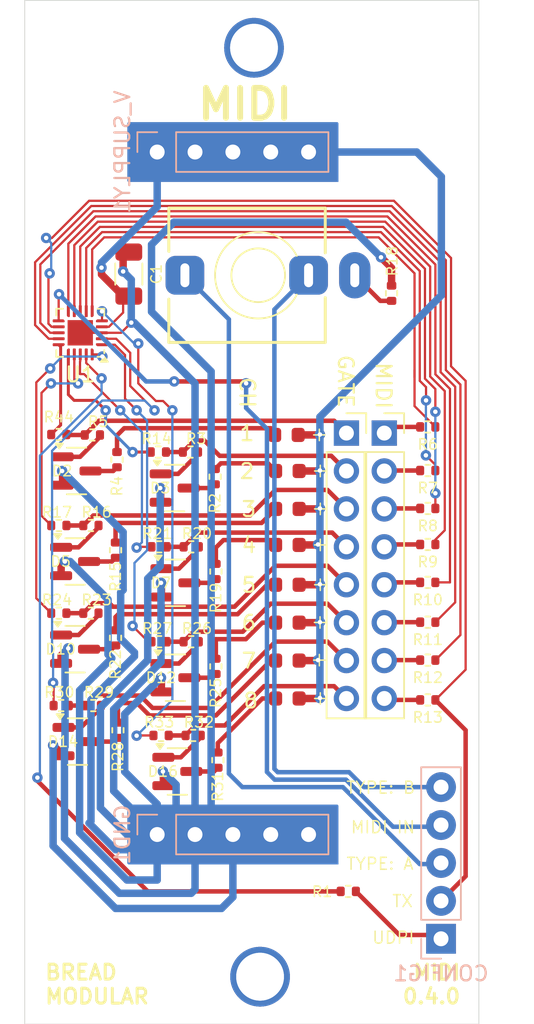
<source format=kicad_pcb>
(kicad_pcb (version 20240108) (generator "pcbnew") (generator_version "8.0")
  (layers (0 "F.Cu" signal) (31 "B.Cu" signal) (34 "B.Paste" user) (35 "F.Paste" user) (36 "B.SilkS" user "B.Silkscreen") (37 "F.SilkS" user "F.Silkscreen") (38 "B.Mask" user) (39 "F.Mask" user) (44 "Edge.Cuts" user))
  (net 0 "")
  (net 1 "GND")
  (net 2 "TX")
  (net 3 "UDPI")
  (net 4 "Net-(D2-K-Pad1)")
  (net 5 "Net-(D2-A)")
  (net 6 "V_SUPPLY")
  (net 7 "MIDI_IN")
  (net 8 "MIDI_DATA_TYPE_B")
  (net 9 "/Gate Out/GATE_OUT")
  (net 10 "Net-(OUTPUT2-Pin_1)")
  (net 11 "Net-(OUTPUT2-Pin_8)")
  (net 12 "Net-(OUTPUT2-Pin_7)")
  (net 13 "Net-(OUTPUT2-Pin_2)")
  (net 14 "Net-(OUTPUT2-Pin_3)")
  (net 15 "Net-(OUTPUT2-Pin_4)")
  (net 16 "Net-(OUTPUT2-Pin_5)")
  (net 17 "Net-(OUTPUT2-Pin_6)")
  (net 18 "Net-(U1-~{RESET}{slash}PA0)")
  (net 19 "MIDI_OUT_1")
  (net 20 "MIDI_OUT_2")
  (net 21 "MIDI_OUT_3")
  (net 22 "MIDI_OUT_4")
  (net 23 "MIDI_OUT_5")
  (net 24 "MIDI_OUT_6")
  (net 25 "MIDI_OUT_7")
  (net 26 "GATE_1")
  (net 27 "GATE_5")
  (net 28 "GATE_8")
  (net 29 "GATE_2")
  (net 30 "GATE_4")
  (net 31 "GATE_7")
  (net 32 "GATE_3")
  (net 33 "GATE_6")
  (net 34 "Net-(D1-K)")
  (net 35 "Net-(D3-A)")
  (net 36 "Net-(D3-K-Pad1)")
  (net 37 "Net-(D4-K)")
  (net 38 "Net-(D5-A)")
  (net 39 "Net-(D5-K-Pad1)")
  (net 40 "Net-(D6-K)")
  (net 41 "Net-(D7-A)")
  (net 42 "Net-(D7-K-Pad1)")
  (net 43 "Net-(D8-K)")
  (net 44 "Net-(D10-K-Pad1)")
  (net 45 "Net-(D10-A)")
  (net 46 "Net-(D11-K)")
  (net 47 "Net-(D12-K-Pad1)")
  (net 48 "Net-(D12-A)")
  (net 49 "Net-(D13-K)")
  (net 50 "Net-(D14-K-Pad1)")
  (net 51 "Net-(D14-A)")
  (net 52 "Net-(D15-K)")
  (net 53 "Net-(D16-A)")
  (net 54 "Net-(D16-K-Pad1)")
  (net 55 "/Gate Out5/GATE_OUT")
  (net 56 "/Gate Out3/GATE_OUT")
  (net 57 "/Gate Out7/GATE_OUT")
  (net 58 "/Gate Out4/GATE_OUT")
  (net 59 "/Gate Out2/GATE_OUT")
  (net 60 "/Gate Out1/GATE_OUT")
  (net 61 "/Gate Out6/GATE_OUT")
  (net 62 "Net-(D100-K)")
  (net 63 "MIDI_DATA_TYPE_A")
  (net 64 "Net-(J1-PadS)")
  (footprint "LED_SMD:LED_0603_1608Metric" (layer "F.Cu") (at 64.6175 79.7875)
    (property "Reference" "D8")
    (property "Value" "LED")
  )
  (footprint "Connector_PinSocket_2.54mm:PinSocket_1x08_P2.54mm_Vertical" (layer "F.Cu") (at 68.58 69.6275)
    (property "Reference" "OUTPUT1")
    (property "Value" "GATE_OUT")
  )
  (footprint "Resistor_SMD:R_0402_1005Metric" (layer "F.Cu") (at 59.819 78.9005 90)
    (property "Reference" "R19")
    (property "Value" "1k")
  )
  (footprint "Resistor_SMD:R_0402_1005Metric" (layer "F.Cu") (at 58.163137 83.603925)
    (property "Reference" "R26")
    (property "Value" "10k")
  )
  (footprint "Resistor_SMD:R_0402_1005Metric" (layer "F.Cu") (at 59.948 91.537 90)
    (property "Reference" "R31")
    (property "Value" "1k")
  )
  (footprint "Resistor_SMD:R_0402_1005Metric" (layer "F.Cu") (at 59.816137 85.256925 90)
    (property "Reference" "R25")
    (property "Value" "1k")
  )
  (footprint "Resistor_SMD:R_0402_1005Metric" (layer "F.Cu") (at 68.705 100.33)
    (property "Reference" "R1")
    (property "Value" "4.7k")
  )
  (footprint "LED_SMD:LED_0603_1608Metric" (layer "F.Cu") (at 64.553184 69.750749)
    (property "Reference" "D100")
    (property "Value" "LED")
  )
  (footprint "Resistor_SMD:R_0402_1005Metric" (layer "F.Cu") (at 53.084 83.3455 90)
    (property "Reference" "R22")
    (property "Value" "1k")
  )
  (footprint "Resistor_SMD:R_0402_1005Metric" (layer "F.Cu") (at 51.53 69.7545)
    (property "Reference" "R5")
    (property "Value" "10k")
  )
  (footprint "Resistor_SMD:R_0402_1005Metric" (layer "F.Cu") (at 74.039 72.136 180)
    (property "Reference" "R7")
    (property "Value" "1k")
  )
  (footprint "Resistor_SMD:R_0402_1005Metric" (layer "F.Cu") (at 53.246 89.5355 90)
    (property "Reference" "R28")
    (property "Value" "1k")
  )
  (footprint "Resistor_SMD:R_0402_1005Metric" (layer "F.Cu") (at 56.008137 83.603925)
    (property "Reference" "R27")
    (property "Value" "1k")
  )
  (footprint "Resistor_SMD:R_0402_1005Metric" (layer "F.Cu") (at 49.278 75.8175)
    (property "Reference" "R17")
    (property "Value" "1k")
  )
  (footprint "BreadModular_AudioJacks:Jack_3.5mm_QingPu_WQP-PJ366ST_Vertical" (layer "F.Cu") (at 62.66 59.055 90)
    (property "Reference" "J1")
    (property "Value" "MIDI_IN")
  )
  (footprint "Resistor_SMD:R_0402_1005Metric" (layer "F.Cu") (at 51.431 81.6925)
    (property "Reference" "R23")
    (property "Value" "10k")
  )
  (footprint "Resistor_SMD:R_0402_1005Metric" (layer "F.Cu") (at 74.041 74.676 180)
    (property "Reference" "R8")
    (property "Value" "1k")
  )
  (footprint "Resistor_SMD:R_0402_1005Metric" (layer "F.Cu") (at 59.766 72.5505 90)
    (property "Reference" "R2")
    (property "Value" "1k")
  )
  (footprint "Resistor_SMD:R_0402_1005Metric" (layer "F.Cu") (at 51.593 87.8825)
    (property "Reference" "R29")
    (property "Value" "10k")
  )
  (footprint "Resistor_SMD:R_0402_1005Metric" (layer "F.Cu") (at 58.113 70.8975)
    (property "Reference" "R3")
    (property "Value" "10k")
  )
  (footprint "Resistor_SMD:R_0402_1005Metric" (layer "F.Cu") (at 74.041 84.836 180)
    (property "Reference" "R12")
    (property "Value" "1k")
  )
  (footprint "Resistor_SMD:R_0402_1005Metric" (layer "F.Cu") (at 56.011 77.2475)
    (property "Reference" "R21")
    (property "Value" "1k")
  )
  (footprint "Resistor_SMD:R_0402_1005Metric" (layer "F.Cu") (at 58.166 77.2475)
    (property "Reference" "R20")
    (property "Value" "10k")
  )
  (footprint "Connector_PinSocket_2.54mm:PinSocket_1x08_P2.54mm_Vertical" (layer "F.Cu") (at 71.12 69.6275)
    (property "Reference" "OUTPUT2")
    (property "Value" "MIDI_OUT")
  )
  (footprint "LED_SMD:LED_0603_1608Metric" (layer "F.Cu") (at 64.6175 84.8675)
    (property "Reference" "D13")
    (property "Value" "LED")
  )
  (footprint "Resistor_SMD:R_0402_1005Metric" (layer "F.Cu") (at 74.041 87.503 180)
    (property "Reference" "R13")
    (property "Value" "1k")
  )
  (footprint "LED_SMD:LED_0603_1608Metric" (layer "F.Cu") (at 64.6175 87.4075)
    (property "Reference" "D15")
    (property "Value" "LED")
  )
  (footprint "LED_SMD:LED_0603_1608Metric" (layer "F.Cu") (at 64.6175 72.1675)
    (property "Reference" "D1")
    (property "Value" "LED")
  )
  (footprint "Resistor_SMD:R_0402_1005Metric" (layer "F.Cu") (at 74.041 77.089 180)
    (property "Reference" "R9")
    (property "Value" "1k")
  )
  (footprint "Resistor_SMD:R_0402_1005Metric" (layer "F.Cu") (at 51.433 75.8175)
    (property "Reference" "R16")
    (property "Value" "10k")
  )
  (footprint "Resistor_SMD:R_0402_1005Metric" (layer "F.Cu") (at 71.61 60.26 90)
    (property "Reference" "R18")
    (property "Value" "10k")
  )
  (footprint "Package_TO_SOT_SMD:SOT-23" (layer "F.Cu") (at 50.3705 78.2305)
    (property "Reference" "D5")
    (property "Value" "SS8050")
  )
  (footprint "Resistor_SMD:R_0402_1005Metric" (layer "F.Cu") (at 56.14 89.884)
    (property "Reference" "R33")
    (property "Value" "1k")
  )
  (footprint "Package_TO_SOT_SMD:SOT-23" (layer "F.Cu") (at 50.5305 90.2955)
    (property "Reference" "D14")
    (property "Value" "SS8050")
  )
  (footprint "LED_SMD:LED_0603_1608Metric" (layer "F.Cu") (at 64.6175 74.7075)
    (property "Reference" "D4")
    (property "Value" "LED")
  )
  (footprint "Package_TO_SOT_SMD:SOT-23" (layer "F.Cu") (at 57.100637 86.016925)
    (property "Reference" "D12")
    (property "Value" "SS8050")
  )
  (footprint "Capacitor_SMD:C_1206_3216Metric" (layer "F.Cu") (at 53.975 58.977 -90)
    (property "Reference" "C1")
    (property "Value" "100uf")
  )
  (footprint "Resistor_SMD:R_0402_1005Metric" (layer "F.Cu") (at 53.183 71.4075 90)
    (property "Reference" "R4")
    (property "Value" "1k")
  )
  (footprint "Resistor_SMD:R_0402_1005Metric" (layer "F.Cu") (at 74.041 82.296 180)
    (property "Reference" "R11")
    (property "Value" "1k")
  )
  (footprint "Resistor_SMD:R_0402_1005Metric" (layer "F.Cu") (at 58.295 89.884)
    (property "Reference" "R32")
    (property "Value" "10k")
  )
  (footprint "Resistor_SMD:R_0402_1005Metric" (layer "F.Cu") (at 49.276 69.723)
    (property "Reference" "R44")
    (property "Value" "1k")
  )
  (footprint "LED_SMD:LED_0603_1608Metric" (layer "F.Cu") (at 64.6175 77.1205)
    (property "Reference" "D6")
    (property "Value" "LED")
  )
  (footprint "Resistor_SMD:R_0402_1005Metric" (layer "F.Cu") (at 74.039 79.629 180)
    (property "Reference" "R10")
    (property "Value" "1k")
  )
  (footprint "Package_TO_SOT_SMD:SOT-23" (layer "F.Cu") (at 50.4675 72.1675)
    (property "Reference" "D2")
    (property "Value" "SS8050")
  )
  (footprint "Package_TO_SOT_SMD:SOT-23" (layer "F.Cu") (at 57.0505 73.3105)
    (property "Reference" "D3")
    (property "Value" "SS8050")
  )
  (footprint "Resistor_SMD:R_0402_1005Metric" (layer "F.Cu") (at 49.438 87.8825)
    (property "Reference" "R30")
    (property "Value" "1k")
  )
  (footprint "Resistor_SMD:R_0402_1005Metric" (layer "F.Cu") (at 74.039 69.215 180)
    (property "Reference" "R6")
    (property "Value" "1k")
  )
  (footprint "Package_TO_SOT_SMD:SOT-23" (layer "F.Cu") (at 57.1035 79.6605)
    (property "Reference" "D7")
    (property "Value" "SS8050")
  )
  (footprint "Resistor_SMD:R_0402_1005Metric" (layer "F.Cu") (at 55.958 70.8975)
    (property "Reference" "R14")
    (property "Value" "1k")
  )
  (footprint "Resistor_SMD:R_0402_1005Metric" (layer "F.Cu") (at 49.276 81.6925)
    (property "Reference" "R24")
    (property "Value" "1k")
  )
  (footprint "Package_DFN_QFN:VQFN-20-1EP_3x3mm_P0.4mm_EP1.7x1.7mm" (layer "F.Cu") (at 50.717 62.909 180)
    (property "Reference" "U1")
    (property "Value" "ATtiny1616-M")
  )
  (footprint "Package_TO_SOT_SMD:SOT-23" (layer "F.Cu") (at 50.3685 84.1055)
    (property "Reference" "D10")
    (property "Value" "SS8050")
  )
  (footprint "Resistor_SMD:R_0402_1005Metric" (layer "F.Cu") (at 53.086 77.4705 90)
    (property "Reference" "R15")
    (property "Value" "1k")
  )
  (footprint "LED_SMD:LED_0603_1608Metric" (layer "F.Cu") (at 64.6175 82.3275)
    (property "Reference" "D11")
    (property "Value" "LED")
  )
  (footprint "Package_TO_SOT_SMD:SOT-23" (layer "F.Cu") (at 57.2325 92.297)
    (property "Reference" "D16")
    (property "Value" "SS8050")
  )
  (footprint "BreadModular_MISC:Power_Connector" (layer "B.Cu") (at 74.93 103.505)
    (property "Reference" "CONFIG1")
    (property "Value" "Conn_01x05_Pin")
  )
  (footprint "BreadModular_MISC:Power_Connector" (layer "B.Cu") (at 55.88 50.8 -90)
    (property "Reference" "V_SUPPLY1")
    (property "Value" "Conn_01x05_Pin")
  )
  (footprint "BreadModular_MISC:Power_Connector" (layer "B.Cu") (at 55.88 96.52 -90)
    (property "Reference" "GND1")
    (property "Value" "Conn_01x05_Pin")
  )
  (gr_poly (pts (xy 53.975 94.615) (xy 67.945 94.615) (xy 67.945 98.425) (xy 53.975 98.425)) (stroke (width 0.2)) (fill solid) (layer "B.Cu") (net 1))
  (gr_poly (pts (xy 53.975 48.895) (xy 67.945 48.895) (xy 67.945 52.705) (xy 53.975 52.705)) (stroke (width 0.2)) (fill solid) (layer "B.Cu") (net 6))
  (gr_line (start 46.99 109.22) (end 77.47 109.22) (stroke (width 0.05)) (layer "Edge.Cuts"))
  (gr_line (start 77.47 40.64) (end 46.99 40.64) (stroke (width 0.05)) (layer "Edge.Cuts"))
  (gr_line (start 46.99 40.64) (end 46.99 109.22) (stroke (width 0.05)) (layer "Edge.Cuts"))
  (gr_line (start 77.47 109.22) (end 77.47 40.64) (stroke (width 0.05)) (layer "Edge.Cuts"))
  (gr_text "MIDI" (at 70.485 64.8015 -90) (layer "F.SilkS") (effects (font (size 1 1)) (justify left bottom)))
  (gr_text "5" (at 62.611 80.391 0) (layer "F.SilkS") (effects (font (size 1 1)) (justify right bottom)))
  (gr_text "6" (at 62.611 82.931 0) (layer "F.SilkS") (effects (font (size 1 1)) (justify right bottom)))
  (gr_text "TYPE: A" (at 73.15 98.95 0) (layer "F.SilkS") (effects (font (size 0.8 0.8) (thickness 0.1)) (justify right bottom)))
  (gr_text "CH" (at 61.341 65.786 270) (layer "F.SilkS") (effects (font (size 1 1)) (justify left bottom)))
  (gr_text "TX" (at 73.1 101.45 0) (layer "F.SilkS") (effects (font (size 0.8 0.8) (thickness 0.1)) (justify right bottom)))
  (gr_text "8" (at 62.738 88.138 0) (layer "F.SilkS") (effects (font (size 1 1)) (justify right bottom)))
  (gr_text "7" (at 62.611 85.471 0) (layer "F.SilkS") (effects (font (size 1 1)) (justify right bottom)))
  (gr_text "1" (at 62.484 70.231 0) (layer "F.SilkS") (effects (font (size 1 1)) (justify right bottom)))
  (gr_text "MIDI\n0.4.0" (at 76.327 107.95 0) (layer "F.SilkS") (effects (font (size 1 1) (thickness 0.2) (bold yes)) (justify right bottom)))
  (gr_text "MIDI IN" (at 73.25 96.5 0) (layer "F.SilkS") (effects (font (size 0.8 0.8) (thickness 0.1)) (justify right bottom)))
  (gr_text "MIDI" (at 58.42 48.768 0) (layer "F.SilkS") (effects (font (size 2 2) (thickness 0.4) (bold yes)) (justify left bottom)))
  (gr_text "3" (at 62.611 75.311 0) (layer "F.SilkS") (effects (font (size 1 1)) (justify right bottom)))
  (gr_text "2" (at 62.484 72.771 0) (layer "F.SilkS") (effects (font (size 1 1)) (justify right bottom)))
  (gr_text "TYPE: B" (at 73.25 93.85 0) (layer "F.SilkS") (effects (font (size 0.8 0.8) (thickness 0.1)) (justify right bottom)))
  (gr_text "BREAD\nMODULAR" (at 48.26 107.95 0) (layer "F.SilkS") (effects (font (size 1 1) (thickness 0.2) (bold yes)) (justify left bottom)))
  (gr_text "GATE" (at 67.945 64.2935 -90) (layer "F.SilkS") (effects (font (size 1 1)) (justify left bottom)))
  (gr_text "4" (at 62.611 77.724 0) (layer "F.SilkS") (effects (font (size 1 1)) (justify right bottom)))
  (gr_text "UDPI" (at 73.2 103.9 0) (layer "F.SilkS") (effects (font (size 0.8 0.8) (thickness 0.1)) (justify right bottom)))
  (via (at 62.37758 43.815) (size 4) (drill 3.2) (layers "F.Cu" "B.Cu") (net 0))
  (via (at 62.784908 106.045) (size 4) (drill 3.2) (layers "F.Cu" "B.Cu") (net 0))
  (via (at 62.37758 43.815) (size 4) (drill 3.2) (layers "F.Cu" "B.Cu") (net 0))
  (via (at 62.784908 106.045) (size 4) (drill 3.2) (layers "F.Cu" "B.Cu") (net 0))
  (via (at 62.784908 106.045) (size 4) (drill 3.2) (layers "F.Cu" "B.Cu") (net 0))
  (via (at 62.784908 106.045) (size 4) (drill 3.2) (layers "F.Cu" "B.Cu") (net 0))
  (via (at 62.37758 43.815) (size 4) (drill 3.2) (layers "F.Cu" "B.Cu") (net 0))
  (via (at 62.37758 43.815) (size 4) (drill 3.2) (layers "F.Cu" "B.Cu") (net 0))
  (segment (start 53.594 57.502) (end 53.594 58.801) (width 0.5) (layer "F.Cu") (net 1))
  (segment (start 48.8985 90.551) (end 49.593 91.2455) (width 0.5) (layer "F.Cu") (net 1))
  (segment (start 55.88 96.52) (end 66.04 96.52) (width 0.5) (layer "F.Cu") (net 1))
  (segment (start 71.61 58.56) (end 70.9 57.85) (width 0.5) (layer "F.Cu") (net 1))
  (segment (start 50.717 62.909) (end 52.167 62.909) (width 0.15) (layer "F.Cu") (net 1))
  (segment (start 56.163137 86.966925) (end 56.163137 86.046925) (width 0.5) (layer "F.Cu") (net 1))
  (segment (start 56.113 73.3405) (end 56.083 73.3105) (width 0.5) (layer "F.Cu") (net 1))
  (segment (start 49.53 73.1175) (end 49.53 72.1975) (width 0.5) (layer "F.Cu") (net 1))
  (segment (start 56.163137 86.046925) (end 56.133137 86.016925) (width 0.5) (layer "F.Cu") (net 1))
  (segment (start 56.295 92.327) (end 56.265 92.297) (width 0.5) (layer "F.Cu") (net 1))
  (segment (start 53.461 62.909) (end 52.167 62.909) (width 0.15) (layer "F.Cu") (net 1))
  (segment (start 56.295 93.247) (end 56.295 92.327) (width 0.5) (layer "F.Cu") (net 1))
  (segment (start 56.113 74.2605) (end 56.113 73.3405) (width 0.5) (layer "F.Cu") (net 1))
  (segment (start 56.166 79.6905) (end 56.136 79.6605) (width 0.5) (layer "F.Cu") (net 1))
  (segment (start 49.431 84.5286) (end 49.431 85.0555) (width 0.5) (layer "F.Cu") (net 1))
  (segment (start 48.895 90.551) (end 48.8985 90.551) (width 0.5) (layer "F.Cu") (net 1))
  (segment (start 71.61 59.5) (end 71.61 58.56) (width 0.5) (layer "F.Cu") (net 1))
  (segment (start 49.911 84.0486) (end 49.431 84.5286) (width 0.5) (layer "F.Cu") (net 1))
  (segment (start 49.53 72.1975) (end 49.5 72.1675) (width 0.5) (layer "F.Cu") (net 1))
  (segment (start 54.14 62.23) (end 53.461 62.909) (width 0.15) (layer "F.Cu") (net 1))
  (segment (start 56.166 80.6105) (end 56.166 79.6905) (width 0.5) (layer "F.Cu") (net 1))
  (segment (start 49.6824 78.2305) (end 49.433 78.4799) (width 0.5) (layer "F.Cu") (net 1))
  (segment (start 49.433 78.4799) (end 49.433 79.1805) (width 0.5) (layer "F.Cu") (net 1))
  (via (at 48.895 90.551) (size 0.7) (drill 0.3) (layers "F.Cu" "B.Cu") (net 1))
  (via (at 49.6824 78.2305) (size 0.7) (drill 0.3) (layers "F.Cu" "B.Cu") (net 1))
  (via (at 56.265 92.297) (size 0.7) (drill 0.3) (layers "F.Cu" "B.Cu") (net 1))
  (via (at 56.136 79.6605) (size 0.7) (drill 0.3) (layers "F.Cu" "B.Cu") (net 1))
  (via (at 56.133137 86.016925) (size 0.7) (drill 0.3) (layers "F.Cu" "B.Cu") (net 1))
  (via (at 53.594 58.801) (size 0.7) (drill 0.3) (layers "F.Cu" "B.Cu") (net 1))
  (via (at 49.5 72.1675) (size 0.7) (drill 0.3) (layers "F.Cu" "B.Cu") (net 1))
  (via (at 56.083 73.3105) (size 0.7) (drill 0.3) (layers "F.Cu" "B.Cu") (net 1))
  (via (at 49.911 84.0486) (size 0.7) (drill 0.3) (layers "F.Cu" "B.Cu") (net 1))
  (via (at 54.14 62.23) (size 0.7) (drill 0.3) (layers "F.Cu" "B.Cu") (net 1))
  (via (at 70.9 57.85) (size 0.7) (drill 0.3) (layers "F.Cu" "B.Cu") (net 1))
  (segment (start 52.578 84.455) (end 52.832 84.709) (width 0.5) (layer "B.Cu") (net 1))
  (segment (start 49.5 72.1675) (end 53.594 76.2615) (width 0.5) (layer "B.Cu") (net 1))
  (segment (start 54.864 97.536) (end 55.88 96.52) (width 0.5) (layer "B.Cu") (net 1))
  (segment (start 49.6824 78.2305) (end 50.0365 78.2305) (width 0.5) (layer "B.Cu") (net 1))
  (segment (start 57.15 95.25) (end 55.88 96.52) (width 0.5) (layer "B.Cu") (net 1))
  (segment (start 52.959 93.599) (end 55.88 96.52) (width 0.5) (layer "B.Cu") (net 1))
  (segment (start 53.848 96.52) (end 55.88 96.52) (width 0.5) (layer "B.Cu") (net 1))
  (segment (start 53.7 92.308) (end 55.88 94.488) (width 0.5) (layer "B.Cu") (net 1))
  (segment (start 52.959 88.138) (end 52.959 93.599) (width 0.5) (layer "B.Cu") (net 1))
  (segment (start 57 55.5) (end 55.5 57) (width 0.5) (layer "B.Cu") (net 1))
  (segment (start 70.9 57.85) (end 68.55 55.5) (width 0.5) (layer "B.Cu") (net 1))
  (segment (start 54.14 62.23) (end 54.14 59.347) (width 0.5) (layer "B.Cu") (net 1))
  (segment (start 56.133137 86.016925) (end 53.7 88.450062) (width 0.5) (layer "B.Cu") (net 1))
  (segment (start 50.673 96.393) (end 53.848 99.568) (width 0.5) (layer "B.Cu") (net 1))
  (segment (start 58.42 66.305629) (end 54.344371 62.23) (width 0.5) (layer "B.Cu") (net 1))
  (segment (start 50.673 86.868) (end 50.673 96.393) (width 0.5) (layer "B.Cu") (net 1))
  (segment (start 50.0365 78.2305) (end 52.578 80.772) (width 0.5) (layer "B.Cu") (net 1))
  (segment (start 55.5 57) (end 55.5 61.5) (width 0.5) (layer "B.Cu") (net 1))
  (segment (start 51.435 87.503) (end 51.435 95.631) (width 0.5) (layer "B.Cu") (net 1))
  (segment (start 55.245 84.836) (end 52.07 88.011) (width 0.5) (layer "B.Cu") (net 1))
  (segment (start 55.88 94.488) (end 55.88 96.52) (width 0.5) (layer "B.Cu") (net 1))
  (segment (start 54.356 84.328) (end 54.356 84.582) (width 0.5) (layer "B.Cu") (net 1))
  (segment (start 52.578 80.772) (end 52.578 84.455) (width 0.5) (layer "B.Cu") (net 1))
  (segment (start 58.166 100.457) (end 58.42 100.203) (width 0.5) (layer "B.Cu") (net 1))
  (segment (start 55.245 79.375) (end 55.245 84.836) (width 0.5) (layer "B.Cu") (net 1))
  (segment (start 53.7 88.450062) (end 53.7 92.308) (width 0.5) (layer "B.Cu") (net 1))
  (segment (start 54.14 59.347) (end 53.594 58.801) (width 0.5) (layer "B.Cu") (net 1))
  (segment (start 49.695 90.64) (end 49.657 90.678) (width 0.5) (layer "B.Cu") (net 1))
  (segment (start 54.356 84.582) (end 51.435 87.503) (width 0.5) (layer "B.Cu") (net 1))
  (segment (start 53.429 80.302) (end 53.429 83.401) (width 0.5) (layer "B.Cu") (net 1))
  (segment (start 58.42 100.203) (end 58.42 96.52) (width 0.5) (layer "B.Cu") (net 1))
  (segment (start 49.657 96.774) (end 53.34 100.457) (width 0.5) (layer "B.Cu") (net 1))
  (segment (start 56.136 84.961) (end 52.959 88.138) (width 0.5) (layer "B.Cu") (net 1))
  (segment (start 53.594 76.2615) (end 53.594 80.137) (width 0.5) (layer "B.Cu") (net 1))
  (segment (start 59.5 65.5) (end 59.5 95.06) (width 0.5) (layer "B.Cu") (net 1))
  (segment (start 54.344371 62.23) (end 54.14 62.23) (width 0.5) (layer "B.Cu") (net 1))
  (segment (start 51.435 95.631) (end 51.308 95.758) (width 0.5) (layer "B.Cu") (net 1))
  (segment (start 52.07 94.742) (end 53.848 96.52) (width 0.5) (layer "B.Cu") (net 1))
  (segment (start 56.083 73.3105) (end 56.083 78.537) (width 0.5) (layer "B.Cu") (net 1))
  (segment (start 52.832 84.709) (end 50.673 86.868) (width 0.5) (layer "B.Cu") (net 1))
  (segment (start 56.136 79.6605) (end 56.136 84.961) (width 0.5) (layer "B.Cu") (net 1))
  (segment (start 68.55 55.5) (end 57 55.5) (width 0.5) (layer "B.Cu") (net 1))
  (segment (start 51.308 95.758) (end 53.086 97.536) (width 0.5) (layer "B.Cu") (net 1))
  (segment (start 48.895 90.551) (end 48.895 97.282) (width 0.5) (layer "B.Cu") (net 1))
  (segment (start 56.083 78.537) (end 55.245 79.375) (width 0.5) (layer "B.Cu") (net 1))
  (segment (start 58.42 96.52) (end 58.42 66.305629) (width 0.5) (layer "B.Cu") (net 1))
  (segment (start 49.695 84.2646) (end 49.695 90.64) (width 0.5) (layer "B.Cu") (net 1))
  (segment (start 53.594 80.137) (end 53.429 80.302) (width 0.5) (layer "B.Cu") (net 1))
  (segment (start 55.5 61.5) (end 59.5 65.5) (width 0.5) (layer "B.Cu") (net 1))
  (segment (start 59.5 95.06) (end 60.96 96.52) (width 0.5) (layer "B.Cu") (net 1))
  (segment (start 53.086 101.473) (end 60.198 101.473) (width 0.5) (layer "B.Cu") (net 1))
  (segment (start 48.895 97.282) (end 53.086 101.473) (width 0.5) (layer "B.Cu") (net 1))
  (segment (start 49.657 90.678) (end 49.657 96.774) (width 0.5) (layer "B.Cu") (net 1))
  (segment (start 56.265 92.297) (end 57.15 93.182) (width 0.5) (layer "B.Cu") (net 1))
  (segment (start 53.086 97.536) (end 54.864 97.536) (width 0.5) (layer "B.Cu") (net 1))
  (segment (start 57.15 93.182) (end 57.15 95.25) (width 0.5) (layer "B.Cu") (net 1))
  (segment (start 53.34 100.457) (end 58.166 100.457) (width 0.5) (layer "B.Cu") (net 1))
  (segment (start 60.198 101.473) (end 60.96 100.711) (width 0.5) (layer "B.Cu") (net 1))
  (segment (start 49.911 84.0486) (end 49.695 84.2646) (width 0.5) (layer "B.Cu") (net 1))
  (segment (start 53.429 83.401) (end 54.356 84.328) (width 0.5) (layer "B.Cu") (net 1))
  (segment (start 60.96 100.711) (end 60.96 96.52) (width 0.5) (layer "B.Cu") (net 1))
  (segment (start 52.07 88.011) (end 52.07 94.742) (width 0.5) (layer "B.Cu") (net 1))
  (segment (start 53.848 99.568) (end 55.88 99.568) (width 0.5) (layer "B.Cu") (net 1))
  (segment (start 55.88 99.568) (end 55.88 96.52) (width 0.5) (layer "B.Cu") (net 1))
  (segment (start 48.817544 56.556635) (end 48.428634 56.556635) (width 0.15) (layer "F.Cu") (net 2))
  (segment (start 75.602 57.900152) (end 71.766848 54.065) (width 0.15) (layer "F.Cu") (net 2))
  (segment (start 75.565 100.33) (end 74.93 100.33) (width 0.3) (layer "F.Cu") (net 2))
  (segment (start 75.602 65.151) (end 75.602 57.900152) (width 0.15) (layer "F.Cu") (net 2))
  (segment (start 48.662 58.928) (end 48.582 59.008) (width 0.15) (layer "F.Cu") (net 2))
  (segment (start 74.551 87.503) (end 76.581 85.473) (width 0.15) (layer "F.Cu") (net 2))
  (segment (start 51.104153 54.270025) (end 51.104153 54.270026) (width 0.15) (layer "F.Cu") (net 2))
  (segment (start 71.766848 54.065) (end 51.309178 54.065) (width 0.15) (layer "F.Cu") (net 2))
  (segment (start 74.551 87.503) (end 76.581 89.533) (width 0.3) (layer "F.Cu") (net 2))
  (segment (start 48.582 59.008) (end 48.582 62.297225) (width 0.15) (layer "F.Cu") (net 2))
  (segment (start 76.581 85.473) (end 76.581 66.13) (width 0.15) (layer "F.Cu") (net 2))
  (segment (start 76.581 89.533) (end 76.581 99.314) (width 0.3) (layer "F.Cu") (net 2))
  (segment (start 48.793775 62.509) (end 49.267 62.509) (width 0.15) (layer "F.Cu") (net 2))
  (segment (start 51.309178 54.065) (end 51.104153 54.270025) (width 0.15) (layer "F.Cu") (net 2))
  (segment (start 76.581 99.314) (end 75.565 100.33) (width 0.3) (layer "F.Cu") (net 2))
  (segment (start 76.581 66.13) (end 75.602 65.151) (width 0.15) (layer "F.Cu") (net 2))
  (segment (start 51.104153 54.270026) (end 48.817544 56.556635) (width 0.15) (layer "F.Cu") (net 2))
  (segment (start 48.582 62.297225) (end 48.793775 62.509) (width 0.15) (layer "F.Cu") (net 2))
  (via (at 48.662 58.928) (size 0.7) (drill 0.3) (layers "F.Cu" "B.Cu") (net 2))
  (via (at 48.428634 56.556635) (size 0.7) (drill 0.3) (layers "F.Cu" "B.Cu") (net 2))
  (segment (start 48.768 58.822) (end 48.768 56.896001) (width 0.15) (layer "B.Cu") (net 2))
  (segment (start 48.662 58.928) (end 48.768 58.822) (width 0.15) (layer "B.Cu") (net 2))
  (segment (start 48.768 56.896001) (end 48.428634 56.556635) (width 0.15) (layer "B.Cu") (net 2))
  (segment (start 72.136 103.251) (end 74.549 103.251) (width 0.3) (layer "F.Cu") (net 3))
  (segment (start 74.549 103.251) (end 74.93 102.87) (width 0.3) (layer "F.Cu") (net 3))
  (segment (start 69.215 100.33) (end 72.136 103.251) (width 0.3) (layer "F.Cu") (net 3))
  (segment (start 50.704 71.2175) (end 49.53 71.2175) (width 0.3) (layer "F.Cu") (net 4))
  (segment (start 52.04 69.7545) (end 52.04 69.8815) (width 0.3) (layer "F.Cu") (net 4))
  (segment (start 52.04 69.8815) (end 50.704 71.2175) (width 0.3) (layer "F.Cu") (net 4))
  (segment (start 52.933 72.1675) (end 53.183 71.9175) (width 0.3) (layer "F.Cu") (net 5))
  (segment (start 51.405 72.1675) (end 52.933 72.1675) (width 0.3) (layer "F.Cu") (net 5))
  (segment (start 65.340684 69.750749) (end 66.774251 69.750749) (width 0.5) (layer "F.Cu") (net 6))
  (segment (start 52.142 58.547) (end 52.142 59) (width 0.5) (layer "F.Cu") (net 6))
  (segment (start 65.405 77.1205) (end 66.6435 77.1205) (width 0.5) (layer "F.Cu") (net 6))
  (segment (start 66.7705 74.7075) (end 66.802 74.676) (width 0.5) (layer "F.Cu") (net 6))
  (segment (start 65.405 74.7075) (end 66.7705 74.7075) (width 0.5) (layer "F.Cu") (net 6))
  (segment (start 66.7705 72.1675) (end 66.802 72.136) (width 0.5) (layer "F.Cu") (net 6))
  (segment (start 66.774251 69.750749) (end 66.802 69.723) (width 0.5) (layer "F.Cu") (net 6))
  (segment (start 65.405 72.1675) (end 66.7705 72.1675) (width 0.5) (layer "F.Cu") (net 6))
  (segment (start 65.405 87.4075) (end 66.7705 87.4075) (width 0.5) (layer "F.Cu") (net 6))
  (segment (start 66.7705 87.4075) (end 66.802 87.376) (width 0.5) (layer "F.Cu") (net 6))
  (segment (start 66.6435 77.1205) (end 66.675 77.089) (width 0.5) (layer "F.Cu") (net 6))
  (segment (start 52.640224 62.509) (end 53.594 61.555224) (width 0.15) (layer "F.Cu") (net 6))
  (segment (start 52.167 62.509) (end 52.640224 62.509) (width 0.15) (layer "F.Cu") (net 6))
  (segment (start 53.594 61.555224) (end 53.594 60.452) (width 0.15) (layer "F.Cu") (net 6))
  (segment (start 65.405 79.7875) (end 66.7705 79.7875) (width 0.5) (layer "F.Cu") (net 6))
  (segment (start 55.88 50.8) (end 66.04 50.8) (width 0.5) (layer "F.Cu") (net 6))
  (segment (start 52.142 59) (end 53.594 60.452) (width 0.5) (layer "F.Cu") (net 6))
  (segment (start 65.405 82.3275) (end 66.7705 82.3275) (width 0.5) (layer "F.Cu") (net 6))
  (segment (start 65.405 84.8675) (end 66.6435 84.8675) (width 0.5) (layer "F.Cu") (net 6))
  (segment (start 66.6435 84.8675) (end 66.675 84.836) (width 0.5) (layer "F.Cu") (net 6))
  (segment (start 66.7705 79.7875) (end 66.802 79.756) (width 0.5) (layer "F.Cu") (net 6))
  (segment (start 66.7705 82.3275) (end 66.802 82.296) (width 0.5) (layer "F.Cu") (net 6))
  (via (at 66.802 79.756) (size 0.7) (drill 0.3) (layers "F.Cu" "B.Cu") (net 6))
  (via (at 52.142 58.547) (size 0.7) (drill 0.3) (layers "F.Cu" "B.Cu") (net 6))
  (via (at 66.802 69.723) (size 0.7) (drill 0.3) (layers "F.Cu" "B.Cu") (net 6))
  (via (at 66.675 84.836) (size 0.7) (drill 0.3) (layers "F.Cu" "B.Cu") (net 6))
  (via (at 66.802 72.136) (size 0.7) (drill 0.3) (layers "F.Cu" "B.Cu") (net 6))
  (via (at 66.802 74.676) (size 0.7) (drill 0.3) (layers "F.Cu" "B.Cu") (net 6))
  (via (at 66.802 82.296) (size 0.7) (drill 0.3) (layers "F.Cu" "B.Cu") (net 6))
  (via (at 66.802 87.376) (size 0.7) (drill 0.3) (layers "F.Cu" "B.Cu") (net 6))
  (via (at 66.675 77.089) (size 0.7) (drill 0.3) (layers "F.Cu" "B.Cu") (net 6))
  (segment (start 66.802 69.723) (end 66.802 87.376) (width 0.5) (layer "B.Cu") (net 6))
  (segment (start 55.88 54.465787) (end 55.88 50.8) (width 0.5) (layer "B.Cu") (net 6))
  (segment (start 52.142 58.203787) (end 55.88 54.465787) (width 0.5) (layer "B.Cu") (net 6))
  (segment (start 74.95 52.45) (end 73.3 50.8) (width 0.5) (layer "B.Cu") (net 6))
  (segment (start 66.802 68.548) (end 74.95 60.4) (width 0.5) (layer "B.Cu") (net 6))
  (segment (start 66.802 69.723) (end 66.802 68.548) (width 0.5) (layer "B.Cu") (net 6))
  (segment (start 73.3 50.8) (end 66.04 50.8) (width 0.5) (layer "B.Cu") (net 6))
  (segment (start 52.142 58.547) (end 52.142 58.203787) (width 0.5) (layer "B.Cu") (net 6))
  (segment (start 74.95 60.4) (end 74.95 52.45) (width 0.5) (layer "B.Cu") (net 6))
  (segment (start 49.267 60.35) (end 49.292 60.325) (width 0.15) (layer "F.Cu") (net 7))
  (segment (start 61.722 66.167) (end 57.023 66.167) (width 0.3) (layer "F.Cu") (net 7))
  (segment (start 61.849 66.294) (end 61.722 66.167) (width 0.3) (layer "F.Cu") (net 7))
  (segment (start 49.267 62.109) (end 49.267 60.35) (width 0.15) (layer "F.Cu") (net 7))
  (via (at 61.849 66.294) (size 0.7) (drill 0.3) (layers "F.Cu" "B.Cu") (net 7))
  (via (at 57.023 66.167) (size 0.7) (drill 0.3) (layers "F.Cu" "B.Cu") (net 7))
  (via (at 49.292 60.325) (size 0.7) (drill 0.3) (layers "F.Cu" "B.Cu") (net 7))
  (segment (start 57.023 66.167) (end 55.134 66.167) (width 0.3) (layer "B.Cu") (net 7))
  (segment (start 61.849 66.294) (end 61.849 67.945) (width 0.3) (layer "B.Cu") (net 7))
  (segment (start 63.762 92.845) (end 68.552106 92.845) (width 0.3) (layer "B.Cu") (net 7))
  (segment (start 74.815 96) (end 74.93 95.885) (width 0.3) (layer "B.Cu") (net 7))
  (segment (start 71.707106 96) (end 74.815 96) (width 0.3) (layer "B.Cu") (net 7))
  (segment (start 74.93 95.25) (end 74.295 95.25) (width 0.3) (layer "B.Cu") (net 7))
  (segment (start 63.246 69.342) (end 63.246 92.329) (width 0.3) (layer "B.Cu") (net 7))
  (segment (start 63.246 92.329) (end 63.762 92.845) (width 0.3) (layer "B.Cu") (net 7))
  (segment (start 68.552106 92.845) (end 71.707106 96) (width 0.3) (layer "B.Cu") (net 7))
  (segment (start 61.849 67.945) (end 63.246 69.342) (width 0.3) (layer "B.Cu") (net 7))
  (segment (start 55.134 66.167) (end 49.292 60.325) (width 0.3) (layer "B.Cu") (net 7))
  (segment (start 74.93 93.345) (end 69.759212 93.345) (width 0.3) (layer "B.Cu") (net 8))
  (segment (start 63.746 61.349) (end 66.04 59.055) (width 0.3) (layer "B.Cu") (net 8))
  (segment (start 68.759212 92.345) (end 63.969106 92.345) (width 0.3) (layer "B.Cu") (net 8))
  (segment (start 63.969106 92.345) (end 63.746 92.121894) (width 0.3) (layer "B.Cu") (net 8))
  (segment (start 63.746 92.121894) (end 63.746 61.349) (width 0.3) (layer "B.Cu") (net 8))
  (segment (start 69.759212 93.345) (end 68.759212 92.345) (width 0.3) (layer "B.Cu") (net 8))
  (segment (start 49.885 69.7545) (end 51.02 69.7545) (width 0.3) (layer "F.Cu") (net 9))
  (segment (start 67.755 68.8025) (end 68.58 69.6275) (width 0.3) (layer "F.Cu") (net 9))
  (segment (start 51.972 68.8025) (end 67.755 68.8025) (width 0.3) (layer "F.Cu") (net 9))
  (segment (start 51.02 69.7545) (end 51.972 68.8025) (width 0.3) (layer "F.Cu") (net 9))
  (segment (start 71.5325 69.215) (end 71.12 69.6275) (width 0.3) (layer "F.Cu") (net 10))
  (segment (start 73.529 69.215) (end 71.5325 69.215) (width 0.3) (layer "F.Cu") (net 10))
  (segment (start 73.531 87.503) (end 71.2155 87.503) (width 0.3) (layer "F.Cu") (net 11))
  (segment (start 71.2155 87.503) (end 71.12 87.4075) (width 0.3) (layer "F.Cu") (net 11))
  (segment (start 71.1515 84.836) (end 71.12 84.8675) (width 0.3) (layer "F.Cu") (net 12))
  (segment (start 73.531 84.836) (end 71.1515 84.836) (width 0.3) (layer "F.Cu") (net 12))
  (segment (start 73.529 72.136) (end 71.1515 72.136) (width 0.3) (layer "F.Cu") (net 13))
  (segment (start 71.1515 72.136) (end 71.12 72.1675) (width 0.3) (layer "F.Cu") (net 13))
  (segment (start 73.531 74.676) (end 71.1515 74.676) (width 0.3) (layer "F.Cu") (net 14))
  (segment (start 71.1515 74.676) (end 71.12 74.7075) (width 0.3) (layer "F.Cu") (net 14))
  (segment (start 73.531 77.089) (end 71.2785 77.089) (width 0.3) (layer "F.Cu") (net 15))
  (segment (start 71.2785 77.089) (end 71.12 77.2475) (width 0.3) (layer "F.Cu") (net 15))
  (segment (start 73.529 79.629) (end 71.2785 79.629) (width 0.3) (layer "F.Cu") (net 16))
  (segment (start 71.2785 79.629) (end 71.12 79.7875) (width 0.3) (layer "F.Cu") (net 16))
  (segment (start 71.1515 82.296) (end 71.12 82.3275) (width 0.3) (layer "F.Cu") (net 17))
  (segment (start 73.531 82.296) (end 71.1515 82.296) (width 0.3) (layer "F.Cu") (net 17))
  (segment (start 51.117 64.933116) (end 52.146942 65.963058) (width 0.15) (layer "F.Cu") (net 18))
  (segment (start 51.117 64.359) (end 51.117 64.933116) (width 0.15) (layer "F.Cu") (net 18))
  (segment (start 55.245 100.33) (end 68.195 100.33) (width 0.3) (layer "F.Cu") (net 18))
  (segment (start 47.84 92.71) (end 47.84 92.925) (width 0.3) (layer "F.Cu") (net 18))
  (segment (start 47.84 92.925) (end 55.245 100.33) (width 0.3) (layer "F.Cu") (net 18))
  (via (at 52.146942 65.963058) (size 0.7) (drill 0.3) (layers "F.Cu" "B.Cu") (net 18))
  (via (at 47.84 92.71) (size 0.7) (drill 0.3) (layers "F.Cu" "B.Cu") (net 18))
  (segment (start 48.681025 70.463116) (end 50.682071 68.462071) (width 0.15) (layer "B.Cu") (net 18))
  (segment (start 48.006 71.138141) (end 48.681025 70.463116) (width 0.15) (layer "B.Cu") (net 18))
  (segment (start 47.84 92.71) (end 48.006 92.544) (width 0.15) (layer "B.Cu") (net 18))
  (segment (start 52.146942 66.9972) (end 52.146942 65.963058) (width 0.15) (layer "B.Cu") (net 18))
  (segment (start 50.682071 68.462071) (end 52.146942 66.9972) (width 0.15) (layer "B.Cu") (net 18))
  (segment (start 48.006 92.544) (end 48.006 71.138141) (width 0.15) (layer "B.Cu") (net 18))
  (segment (start 51.517 57.322) (end 52.324 56.515) (width 0.15) (layer "F.Cu") (net 19))
  (segment (start 70.739 56.515) (end 73.152 58.928) (width 0.15) (layer "F.Cu") (net 19))
  (segment (start 73.152 67.818) (end 73.152 65.405) (width 0.15) (layer "F.Cu") (net 19))
  (segment (start 52.324 56.515) (end 70.739 56.515) (width 0.15) (layer "F.Cu") (net 19))
  (segment (start 73.152 58.928) (end 73.152 65.893) (width 0.15) (layer "F.Cu") (net 19))
  (segment (start 74.549 69.215) (end 73.152 67.818) (width 0.15) (layer "F.Cu") (net 19))
  (segment (start 51.517 61.459) (end 51.517 57.322) (width 0.15) (layer "F.Cu") (net 19))
  (segment (start 51.117 61.459) (end 51.117 57.227025) (width 0.15) (layer "F.Cu") (net 20))
  (segment (start 73.502 58.77) (end 73.502 66.126) (width 0.15) (layer "F.Cu") (net 20))
  (segment (start 74.549 71.755) (end 73.914 71.12) (width 0.15) (layer "F.Cu") (net 20))
  (segment (start 74.549 72.136) (end 74.549 71.755) (width 0.15) (layer "F.Cu") (net 20))
  (segment (start 51.117 57.227025) (end 52.179025 56.165) (width 0.15) (layer "F.Cu") (net 20))
  (segment (start 73.924 66.548) (end 73.924 67.437) (width 0.15) (layer "F.Cu") (net 20))
  (segment (start 70.897 56.165) (end 73.502 58.77) (width 0.15) (layer "F.Cu") (net 20))
  (segment (start 52.179025 56.165) (end 70.897 56.165) (width 0.15) (layer "F.Cu") (net 20))
  (segment (start 73.502 66.126) (end 73.924 66.548) (width 0.15) (layer "F.Cu") (net 20))
  (via (at 73.924 67.437) (size 0.7) (drill 0.3) (layers "F.Cu" "B.Cu") (net 20))
  (via (at 73.914 71.12) (size 0.7) (drill 0.3) (layers "F.Cu" "B.Cu") (net 20))
  (segment (start 73.914 67.447) (end 73.924 67.437) (width 0.15) (layer "B.Cu") (net 20))
  (segment (start 73.914 71.12) (end 73.914 67.447) (width 0.15) (layer "B.Cu") (net 20))
  (segment (start 73.852 58.625025) (end 73.852 65.981026) (width 0.15) (layer "F.Cu") (net 21))
  (segment (start 52.03405 55.815) (end 71.041975 55.815) (width 0.15) (layer "F.Cu") (net 21))
  (segment (start 74.551 73.662) (end 74.549 73.66) (width 0.15) (layer "F.Cu") (net 21))
  (segment (start 73.852 65.981026) (end 74.549 66.678026) (width 0.15) (layer "F.Cu") (net 21))
  (segment (start 50.717 57.13205) (end 52.03405 55.815) (width 0.15) (layer "F.Cu") (net 21))
  (segment (start 74.551 74.676) (end 74.551 73.662) (width 0.15) (layer "F.Cu") (net 21))
  (segment (start 71.041975 55.815) (end 73.852 58.625025) (width 0.15) (layer "F.Cu") (net 21))
  (segment (start 74.549 66.678026) (end 74.549 68.199) (width 0.15) (layer "F.Cu") (net 21))
  (segment (start 50.717 61.459) (end 50.717 57.13205) (width 0.15) (layer "F.Cu") (net 21))
  (via (at 74.549 68.199) (size 0.7) (drill 0.3) (layers "F.Cu" "B.Cu") (net 21))
  (via (at 74.549 73.66) (size 0.7) (drill 0.3) (layers "F.Cu" "B.Cu") (net 21))
  (segment (start 74.549 73.66) (end 74.549 68.199) (width 0.15) (layer "B.Cu") (net 21))
  (segment (start 50.317 61.459) (end 50.317 57.037076) (width 0.15) (layer "F.Cu") (net 22))
  (segment (start 51.68405 55.670025) (end 51.889075 55.465) (width 0.15) (layer "F.Cu") (net 22))
  (segment (start 74.202 58.48005) (end 74.202 65.836052) (width 0.15) (layer "F.Cu") (net 22))
  (segment (start 74.551 76.769001) (end 75.181 76.139001) (width 0.15) (layer "F.Cu") (net 22))
  (segment (start 71.18695 55.465) (end 74.202 58.48005) (width 0.15) (layer "F.Cu") (net 22))
  (segment (start 50.317 57.037076) (end 51.68405 55.670025) (width 0.15) (layer "F.Cu") (net 22))
  (segment (start 74.202 65.836052) (end 75.181 66.815052) (width 0.15) (layer "F.Cu") (net 22))
  (segment (start 51.889075 55.465) (end 71.18695 55.465) (width 0.15) (layer "F.Cu") (net 22))
  (segment (start 75.181 66.815052) (end 75.181 76.073) (width 0.15) (layer "F.Cu") (net 22))
  (segment (start 74.551 77.089) (end 74.551 76.769001) (width 0.15) (layer "F.Cu") (net 22))
  (segment (start 74.549 79.629) (end 75.531 79.629) (width 0.15) (layer "F.Cu") (net 23))
  (segment (start 71.331925 55.115) (end 51.744101 55.115) (width 0.15) (layer "F.Cu") (net 23))
  (segment (start 75.325975 66.465052) (end 75.325974 66.465052) (width 0.15) (layer "F.Cu") (net 23))
  (segment (start 75.531 79.629) (end 75.531 66.670077) (width 0.15) (layer "F.Cu") (net 23))
  (segment (start 51.744101 55.115) (end 49.917 56.942101) (width 0.15) (layer "F.Cu") (net 23))
  (segment (start 49.917 56.942101) (end 49.917 61.459) (width 0.15) (layer "F.Cu") (net 23))
  (segment (start 75.325974 66.465052) (end 74.552 65.691078) (width 0.15) (layer "F.Cu") (net 23))
  (segment (start 74.552 58.335075) (end 71.331925 55.115) (width 0.15) (layer "F.Cu") (net 23))
  (segment (start 75.531 66.670077) (end 75.325975 66.465052) (width 0.15) (layer "F.Cu") (net 23))
  (segment (start 74.552 65.691078) (end 74.552 58.335075) (width 0.15) (layer "F.Cu") (net 23))
  (segment (start 48.037 62.247199) (end 48.037 58.327127) (width 0.15) (layer "F.Cu") (net 24))
  (segment (start 75.881 66.525104) (end 75.881 80.966) (width 0.15) (layer "F.Cu") (net 24))
  (segment (start 74.902 65.546104) (end 75.881 66.525104) (width 0.15) (layer "F.Cu") (net 24))
  (segment (start 51.599127 54.765) (end 71.476899 54.765) (width 0.15) (layer "F.Cu") (net 24))
  (segment (start 49.267 62.909) (end 48.698801 62.909) (width 0.15) (layer "F.Cu") (net 24))
  (segment (start 74.902 58.190101) (end 74.902 65.546104) (width 0.15) (layer "F.Cu") (net 24))
  (segment (start 75.881 80.966) (end 74.551 82.296) (width 0.15) (layer "F.Cu") (net 24))
  (segment (start 71.476899 54.765) (end 74.902 58.190101) (width 0.15) (layer "F.Cu") (net 24))
  (segment (start 48.037 58.327127) (end 51.599127 54.765) (width 0.15) (layer "F.Cu") (net 24))
  (segment (start 48.698801 62.909) (end 48.037 62.247199) (width 0.15) (layer "F.Cu") (net 24))
  (segment (start 49.267 63.309) (end 48.603826 63.309) (width 0.15) (layer "F.Cu") (net 25))
  (segment (start 47.687 58.182153) (end 51.454153 54.415) (width 0.15) (layer "F.Cu") (net 25))
  (segment (start 75.252 58.045127) (end 75.252 65.40113) (width 0.15) (layer "F.Cu") (net 25))
  (segment (start 76.231 83.156) (end 74.551 84.836) (width 0.15) (layer "F.Cu") (net 25))
  (segment (start 48.603826 63.309) (end 47.687 62.392174) (width 0.15) (layer "F.Cu") (net 25))
  (segment (start 75.252 65.40113) (end 76.231 66.38013) (width 0.15) (layer "F.Cu") (net 25))
  (segment (start 71.621873 54.415) (end 75.252 58.045127) (width 0.15) (layer "F.Cu") (net 25))
  (segment (start 76.231 66.38013) (end 76.231 83.156) (width 0.15) (layer "F.Cu") (net 25))
  (segment (start 51.454153 54.415) (end 71.621873 54.415) (width 0.15) (layer "F.Cu") (net 25))
  (segment (start 47.687 62.392174) (end 47.687 58.182153) (width 0.15) (layer "F.Cu") (net 25))
  (segment (start 49.4 63.842) (end 49.267 63.709) (width 0.2) (layer "F.Cu") (net 26))
  (segment (start 49.4 69.089) (end 49.4 63.842) (width 0.2) (layer "F.Cu") (net 26))
  (segment (start 48.766 69.723) (end 49.4 69.089) (width 0.2) (layer "F.Cu") (net 26))
  (segment (start 52.059 64.359) (end 52.2 64.5) (width 0.15) (layer "F.Cu") (net 27))
  (segment (start 47.766 66.234) (end 47.766 80.6925) (width 0.15) (layer "F.Cu") (net 27))
  (segment (start 51.517 64.359) (end 52.059 64.359) (width 0.15) (layer "F.Cu") (net 27))
  (segment (start 47.766 80.6925) (end 48.766 81.6925) (width 0.15) (layer "F.Cu") (net 27))
  (segment (start 48.7 65.3) (end 47.766 66.234) (width 0.15) (layer "F.Cu") (net 27))
  (via (at 48.7 65.3) (size 0.7) (drill 0.3) (layers "F.Cu" "B.Cu") (net 27))
  (via (at 52.2 64.5) (size 0.7) (drill 0.3) (layers "F.Cu" "B.Cu") (net 27))
  (segment (start 48.7 65.3) (end 49.5 64.5) (width 0.15) (layer "B.Cu") (net 27))
  (segment (start 49.5 64.5) (end 52.2 64.5) (width 0.15) (layer "B.Cu") (net 27))
  (segment (start 54.61 63.627) (end 54.61 66.294) (width 0.15) (layer "F.Cu") (net 28))
  (segment (start 55.63 89.884) (end 54.516 89.884) (width 0.15) (layer "F.Cu") (net 28))
  (segment (start 54.61 66.294) (end 55.7935 67.4775) (width 0.15) (layer "F.Cu") (net 28))
  (segment (start 55.7935 67.4775) (end 56.275 67.4775) (width 0.15) (layer "F.Cu") (net 28))
  (segment (start 54.516 89.884) (end 54.5 89.9) (width 0.15) (layer "F.Cu") (net 28))
  (segment (start 56.275 67.4775) (end 56.9 68.1025) (width 0.15) (layer "F.Cu") (net 28))
  (segment (start 52.177 61.46917) (end 52.30283 61.595) (width 0.15) (layer "F.Cu") (net 28))
  (segment (start 52.177 61.46917) (end 52.177 62.099) (width 0.15) (layer "F.Cu") (net 28))
  (segment (start 52.177 62.099) (end 52.167 62.109) (width 0.15) (layer "F.Cu") (net 28))
  (via (at 54.5 89.9) (size 0.7) (drill 0.3) (layers "F.Cu" "B.Cu") (net 28))
  (via (at 56.9 68.1025) (size 0.7) (drill 0.3) (layers "F.Cu" "B.Cu") (net 28))
  (via (at 54.61 63.627) (size 0.7) (drill 0.3) (layers "F.Cu" "B.Cu") (net 28))
  (via (at 52.177 61.46917) (size 0.7) (drill 0.3) (layers "F.Cu" "B.Cu") (net 28))
  (segment (start 56.9 87.5) (end 54.5 89.9) (width 0.15) (layer "B.Cu") (net 28))
  (segment (start 56.9 68.1025) (end 56.9 87.5) (width 0.15) (layer "B.Cu") (net 28))
  (segment (start 52.177 61.46917) (end 54.33483 63.627) (width 0.15) (layer "B.Cu") (net 28))
  (segment (start 54.33483 63.627) (end 54.61 63.627) (width 0.15) (layer "B.Cu") (net 28))
  (segment (start 51.754999 67.437) (end 50.304 67.437) (width 0.2) (layer "F.Cu") (net 29))
  (segment (start 54.2315 70.8975) (end 55.448 70.8975) (width 0.2) (layer "F.Cu") (net 29))
  (segment (start 49.917 67.05) (end 49.917 64.359) (width 0.2) (layer "F.Cu") (net 29))
  (segment (start 52.420499 68.1025) (end 51.754999 67.437) (width 0.2) (layer "F.Cu") (net 29))
  (segment (start 54.229 70.9) (end 54.2315 70.8975) (width 0.2) (layer "F.Cu") (net 29))
  (segment (start 50.304 67.437) (end 49.917 67.05) (width 0.2) (layer "F.Cu") (net 29))
  (via (at 54.229 70.9) (size 0.7) (drill 0.3) (layers "F.Cu" "B.Cu") (net 29))
  (via (at 52.420499 68.1025) (size 0.7) (drill 0.3) (layers "F.Cu" "B.Cu") (net 29))
  (segment (start 52.420499 69.091499) (end 54.229 70.9) (width 0.2) (layer "B.Cu") (net 29))
  (segment (start 52.420499 68.1025) (end 52.420499 69.091499) (width 0.2) (layer "B.Cu") (net 29))
  (segment (start 50.7 65.675) (end 50.975 65.675) (width 0.15) (layer "F.Cu") (net 30))
  (segment (start 50.717 64.820006) (end 50.7 64.837006) (width 0.15) (layer "F.Cu") (net 30))
  (segment (start 50.7 64.837006) (end 50.7 65.675) (width 0.15) (layer "F.Cu") (net 30))
  (segment (start 50.975 65.675) (end 53.4 68.1) (width 0.15) (layer "F.Cu") (net 30))
  (segment (start 50.717 64.359) (end 50.717 64.820006) (width 0.15) (layer "F.Cu") (net 30))
  (segment (start 54.5 77.3) (end 54.5525 77.2475) (width 0.15) (layer "F.Cu") (net 30))
  (segment (start 54.5525 77.2475) (end 55.501 77.2475) (width 0.15) (layer "F.Cu") (net 30))
  (via (at 53.4 68.1) (size 0.7) (drill 0.3) (layers "F.Cu" "B.Cu") (net 30))
  (via (at 54.5 77.3) (size 0.7) (drill 0.3) (layers "F.Cu" "B.Cu") (net 30))
  (segment (start 54.854 76.946) (end 54.854 69.554) (width 0.15) (layer "B.Cu") (net 30))
  (segment (start 54.5 77.3) (end 54.854 76.946) (width 0.15) (layer "B.Cu") (net 30))
  (segment (start 54.854 69.554) (end 53.4 68.1) (width 0.15) (layer "B.Cu") (net 30))
  (segment (start 48.928 86.393) (end 48.928 87.8825) (width 0.15) (layer "F.Cu") (net 31))
  (segment (start 54.071 66.4735) (end 54.071 64.252025) (width 0.15) (layer "F.Cu") (net 31))
  (segment (start 53.127975 63.309) (end 52.167 63.309) (width 0.15) (layer "F.Cu") (net 31))
  (segment (start 55.7 68.1025) (end 54.071 66.4735) (width 0.15) (layer "F.Cu") (net 31))
  (segment (start 48.895 86.36) (end 48.928 86.393) (width 0.15) (layer "F.Cu") (net 31))
  (segment (start 54.071 64.252025) (end 53.127975 63.309) (width 0.15) (layer "F.Cu") (net 31))
  (via (at 48.895 86.36) (size 0.7) (drill 0.3) (layers "F.Cu" "B.Cu") (net 31))
  (via (at 55.7 68.1025) (size 0.7) (drill 0.3) (layers "F.Cu" "B.Cu") (net 31))
  (segment (start 48.826 70.813116) (end 52.192116 67.447) (width 0.15) (layer "B.Cu") (net 31))
  (segment (start 55.0445 67.447) (end 55.7 68.1025) (width 0.15) (layer "B.Cu") (net 31))
  (segment (start 48.895 86.36) (end 48.895 84.412673) (width 0.15) (layer "B.Cu") (net 31))
  (segment (start 48.826 84.343673) (end 48.826 70.813116) (width 0.15) (layer "B.Cu") (net 31))
  (segment (start 48.895 84.412673) (end 48.826 84.343673) (width 0.15) (layer "B.Cu") (net 31))
  (segment (start 52.192116 67.447) (end 55.0445 67.447) (width 0.15) (layer "B.Cu") (net 31))
  (segment (start 48.75 66.3) (end 48.116 66.934) (width 0.15) (layer "F.Cu") (net 32))
  (segment (start 50.317 66.05) (end 50.567 66.3) (width 0.15) (layer "F.Cu") (net 32))
  (segment (start 50.317 64.359) (end 50.317 66.05) (width 0.15) (layer "F.Cu") (net 32))
  (segment (start 48.116 66.934) (end 48.116 75.1655) (width 0.15) (layer "F.Cu") (net 32))
  (segment (start 48.116 75.1655) (end 48.768 75.8175) (width 0.15) (layer "F.Cu") (net 32))
  (via (at 50.567 66.3) (size 0.7) (drill 0.3) (layers "F.Cu" "B.Cu") (net 32))
  (via (at 48.75 66.3) (size 0.7) (drill 0.3) (layers "F.Cu" "B.Cu") (net 32))
  (segment (start 48.75 66.3) (end 50.567 66.3) (width 0.15) (layer "B.Cu") (net 32))
  (segment (start 54.229 82.55) (end 55.282925 83.603925) (width 0.15) (layer "F.Cu") (net 33))
  (segment (start 55.282925 83.603925) (end 55.498137 83.603925) (width 0.15) (layer "F.Cu") (net 33))
  (segment (start 54.5 68.1) (end 53.721 67.321) (width 0.15) (layer "F.Cu") (net 33))
  (segment (start 53.721 67.321) (end 53.721 64.397) (width 0.15) (layer "F.Cu") (net 33))
  (segment (start 53.033 63.709) (end 52.167 63.709) (width 0.15) (layer "F.Cu") (net 33))
  (segment (start 53.721 64.397) (end 53.033 63.709) (width 0.15) (layer "F.Cu") (net 33))
  (via (at 54.229 82.55) (size 0.7) (drill 0.3) (layers "F.Cu" "B.Cu") (net 33))
  (via (at 54.5 68.1) (size 0.7) (drill 0.3) (layers "F.Cu" "B.Cu") (net 33))
  (segment (start 54.356 78.327884) (end 55.204 77.479884) (width 0.15) (layer "B.Cu") (net 33))
  (segment (start 55.204 68.804) (end 54.5 68.1) (width 0.15) (layer "B.Cu") (net 33))
  (segment (start 55.204 77.479884) (end 55.204 68.804) (width 0.15) (layer "B.Cu") (net 33))
  (segment (start 54.356 82.423) (end 54.356 78.327884) (width 0.15) (layer "B.Cu") (net 33))
  (segment (start 54.229 82.55) (end 54.356 82.423) (width 0.15) (layer "B.Cu") (net 33))
  (segment (start 63.314 71.6515) (end 63.83 72.1675) (width 0.3) (layer "F.Cu") (net 34))
  (segment (start 60.155 71.6515) (end 63.314 71.6515) (width 0.3) (layer "F.Cu") (net 34))
  (segment (start 59.766 72.0405) (end 60.155 71.6515) (width 0.3) (layer "F.Cu") (net 34))
  (segment (start 57.988 73.3105) (end 59.516 73.3105) (width 0.3) (layer "F.Cu") (net 35))
  (segment (start 59.516 73.3105) (end 59.766 73.0605) (width 0.3) (layer "F.Cu") (net 35))
  (segment (start 57.287 72.3605) (end 56.113 72.3605) (width 0.3) (layer "F.Cu") (net 36))
  (segment (start 58.623 71.0245) (end 57.287 72.3605) (width 0.3) (layer "F.Cu") (net 36))
  (segment (start 58.623 70.8975) (end 58.623 71.0245) (width 0.3) (layer "F.Cu") (net 36))
  (segment (start 62.89 75.6475) (end 63.83 74.7075) (width 0.3) (layer "F.Cu") (net 37))
  (segment (start 53.086 75.6475) (end 62.89 75.6475) (width 0.3) (layer "F.Cu") (net 37))
  (segment (start 53.086 76.9605) (end 53.086 75.6475) (width 0.3) (layer "F.Cu") (net 37))
  (segment (start 51.308 78.2305) (end 52.836 78.2305) (width 0.3) (layer "F.Cu") (net 38))
  (segment (start 52.836 78.2305) (end 53.086 77.9805) (width 0.3) (layer "F.Cu") (net 38))
  (segment (start 50.607 77.2805) (end 49.433 77.2805) (width 0.3) (layer "F.Cu") (net 39))
  (segment (start 51.943 75.9445) (end 50.607 77.2805) (width 0.3) (layer "F.Cu") (net 39))
  (segment (start 51.943 75.8175) (end 51.943 75.9445) (width 0.3) (layer "F.Cu") (net 39))
  (segment (start 60.325 76.7955) (end 63.505 76.7955) (width 0.3) (layer "F.Cu") (net 40))
  (segment (start 59.819 78.3905) (end 59.819 77.3015) (width 0.3) (layer "F.Cu") (net 40))
  (segment (start 63.505 76.7955) (end 63.83 77.1205) (width 0.3) (layer "F.Cu") (net 40))
  (segment (start 59.819 77.3015) (end 60.325 76.7955) (width 0.3) (layer "F.Cu") (net 40))
  (segment (start 58.041 79.6605) (end 59.569 79.6605) (width 0.3) (layer "F.Cu") (net 41))
  (segment (start 59.569 79.6605) (end 59.819 79.4105) (width 0.3) (layer "F.Cu") (net 41))
  (segment (start 57.34 78.7105) (end 56.166 78.7105) (width 0.3) (layer "F.Cu") (net 42))
  (segment (start 58.676 77.3745) (end 57.34 78.7105) (width 0.3) (layer "F.Cu") (net 42))
  (segment (start 58.676 77.2475) (end 58.676 77.3745) (width 0.3) (layer "F.Cu") (net 42))
  (segment (start 53.084 82.8355) (end 53.084 81.9485) (width 0.3) (layer "F.Cu") (net 43))
  (segment (start 61.27871 81.7605) (end 63.25171 79.7875) (width 0.3) (layer "F.Cu") (net 43))
  (segment (start 53.272 81.7605) (end 61.27871 81.7605) (width 0.3) (layer "F.Cu") (net 43))
  (segment (start 63.25171 79.7875) (end 63.83 79.7875) (width 0.3) (layer "F.Cu") (net 43))
  (segment (start 53.084 81.9485) (end 53.272 81.7605) (width 0.3) (layer "F.Cu") (net 43))
  (segment (start 51.941 81.6925) (end 51.941 81.8195) (width 0.3) (layer "F.Cu") (net 44))
  (segment (start 50.605 83.1555) (end 49.431 83.1555) (width 0.3) (layer "F.Cu") (net 44))
  (segment (start 51.941 81.8195) (end 50.605 83.1555) (width 0.3) (layer "F.Cu") (net 44))
  (segment (start 52.834 84.1055) (end 53.084 83.8555) (width 0.3) (layer "F.Cu") (net 45))
  (segment (start 51.306 84.1055) (end 52.834 84.1055) (width 0.3) (layer "F.Cu") (net 45))
  (segment (start 59.816137 83.433925) (end 61.830682 83.433925) (width 0.3) (layer "F.Cu") (net 46))
  (segment (start 61.830682 83.433925) (end 62.937107 82.3275) (width 0.3) (layer "F.Cu") (net 46))
  (segment (start 62.937107 82.3275) (end 63.83 82.3275) (width 0.3) (layer "F.Cu") (net 46))
  (segment (start 59.816137 84.746925) (end 59.816137 83.433925) (width 0.3) (layer "F.Cu") (net 46))
  (segment (start 57.337137 85.066925) (end 56.163137 85.066925) (width 0.3) (layer "F.Cu") (net 47))
  (segment (start 58.673137 83.603925) (end 58.673137 83.730925) (width 0.3) (layer "F.Cu") (net 47))
  (segment (start 58.673137 83.730925) (end 57.337137 85.066925) (width 0.3) (layer "F.Cu") (net 47))
  (segment (start 58.038137 86.016925) (end 59.566137 86.016925) (width 0.3) (layer "F.Cu") (net 48))
  (segment (start 59.566137 86.016925) (end 59.816137 85.766925) (width 0.3) (layer "F.Cu") (net 48))
  (segment (start 59.825 88.5425) (end 63.5 84.8675) (width 0.3) (layer "F.Cu") (net 49))
  (segment (start 54.527894 87.7125) (end 55.357894 88.5425) (width 0.3) (layer "F.Cu") (net 49))
  (segment (start 63.5 84.8675) (end 63.83 84.8675) (width 0.3) (layer "F.Cu") (net 49))
  (segment (start 53.246 87.7125) (end 54.527894 87.7125) (width 0.3) (layer "F.Cu") (net 49))
  (segment (start 55.357894 88.5425) (end 59.825 88.5425) (width 0.3) (layer "F.Cu") (net 49))
  (segment (start 53.246 89.0255) (end 53.246 87.7125) (width 0.3) (layer "F.Cu") (net 49))
  (segment (start 50.767 89.3455) (end 49.593 89.3455) (width 0.3) (layer "F.Cu") (net 50))
  (segment (start 52.103 88.0095) (end 50.767 89.3455) (width 0.3) (layer "F.Cu") (net 50))
  (segment (start 52.103 87.8825) (end 52.103 88.0095) (width 0.3) (layer "F.Cu") (net 50))
  (segment (start 51.468 90.2955) (end 52.996 90.2955) (width 0.3) (layer "F.Cu") (net 51))
  (segment (start 52.996 90.2955) (end 53.246 90.0455) (width 0.3) (layer "F.Cu") (net 51))
  (segment (start 62.937106 87.4075) (end 63.83 87.4075) (width 0.3) (layer "F.Cu") (net 52))
  (segment (start 59.948 90.396606) (end 62.937106 87.4075) (width 0.3) (layer "F.Cu") (net 52))
  (segment (start 59.948 91.027) (end 59.948 90.396606) (width 0.3) (layer "F.Cu") (net 52))
  (segment (start 59.698 92.297) (end 59.948 92.047) (width 0.3) (layer "F.Cu") (net 53))
  (segment (start 58.17 92.297) (end 59.698 92.297) (width 0.3) (layer "F.Cu") (net 53))
  (segment (start 58.805 90.011) (end 57.469 91.347) (width 0.3) (layer "F.Cu") (net 54))
  (segment (start 58.805 89.884) (end 58.805 90.011) (width 0.3) (layer "F.Cu") (net 54))
  (segment (start 57.469 91.347) (end 56.295 91.347) (width 0.3) (layer "F.Cu") (net 54))
  (segment (start 67.31 81.0575) (end 68.58 82.3275) (width 0.3) (layer "F.Cu") (net 55))
  (segment (start 56.518137 83.603925) (end 57.653137 83.603925) (width 0.3) (layer "F.Cu") (net 55))
  (segment (start 61.623575 82.933925) (end 63.5 81.0575) (width 0.3) (layer "F.Cu") (net 55))
  (segment (start 57.653137 83.603925) (end 58.323137 82.933925) (width 0.3) (layer "F.Cu") (net 55))
  (segment (start 58.323137 82.933925) (end 61.623575 82.933925) (width 0.3) (layer "F.Cu") (net 55))
  (segment (start 63.5 81.0575) (end 67.31 81.0575) (width 0.3) (layer "F.Cu") (net 55))
  (segment (start 57.656 77.2475) (end 58.608 76.2955) (width 0.3) (layer "F.Cu") (net 56))
  (segment (start 67.628 76.2955) (end 68.58 77.2475) (width 0.3) (layer "F.Cu") (net 56))
  (segment (start 58.608 76.2955) (end 67.628 76.2955) (width 0.3) (layer "F.Cu") (net 56))
  (segment (start 56.521 77.2475) (end 57.656 77.2475) (width 0.3) (layer "F.Cu") (net 56))
  (segment (start 60.4235 89.214) (end 63.055 86.5825) (width 0.3) (layer "F.Cu") (net 57))
  (segment (start 58.455 89.214) (end 60.4235 89.214) (width 0.3) (layer "F.Cu") (net 57))
  (segment (start 67.755 86.5825) (end 68.58 87.4075) (width 0.3) (layer "F.Cu") (net 57))
  (segment (start 56.65 89.884) (end 57.785 89.884) (width 0.3) (layer "F.Cu") (net 57))
  (segment (start 63.055 86.5825) (end 67.755 86.5825) (width 0.3) (layer "F.Cu") (net 57))
  (segment (start 57.785 89.884) (end 58.455 89.214) (width 0.3) (layer "F.Cu") (net 57))
  (segment (start 52.908 81.2605) (end 61.071604 81.2605) (width 0.3) (layer "F.Cu") (net 58))
  (segment (start 52.67 81.0225) (end 52.908 81.2605) (width 0.3) (layer "F.Cu") (net 58))
  (segment (start 63.814604 78.5175) (end 67.31 78.5175) (width 0.3) (layer "F.Cu") (net 58))
  (segment (start 51.591 81.0225) (end 52.67 81.0225) (width 0.3) (layer "F.Cu") (net 58))
  (segment (start 61.071604 81.2605) (end 63.814604 78.5175) (width 0.3) (layer "F.Cu") (net 58))
  (segment (start 50.921 81.6925) (end 51.591 81.0225) (width 0.3) (layer "F.Cu") (net 58))
  (segment (start 67.31 78.5175) (end 68.58 79.7875) (width 0.3) (layer "F.Cu") (net 58))
  (segment (start 49.786 81.6925) (end 50.921 81.6925) (width 0.3) (layer "F.Cu") (net 58))
  (segment (start 62.104604 75.1475) (end 63.814604 73.4375) (width 0.3) (layer "F.Cu") (net 59))
  (segment (start 63.814604 73.4375) (end 67.31 73.4375) (width 0.3) (layer "F.Cu") (net 59))
  (segment (start 67.31 73.4375) (end 68.58 74.7075) (width 0.3) (layer "F.Cu") (net 59))
  (segment (start 51.593 75.1475) (end 62.104604 75.1475) (width 0.3) (layer "F.Cu") (net 59))
  (segment (start 50.923 75.8175) (end 51.593 75.1475) (width 0.3) (layer "F.Cu") (net 59))
  (segment (start 49.788 75.8175) (end 50.923 75.8175) (width 0.3) (layer "F.Cu") (net 59))
  (segment (start 57.603 70.8975) (end 58.373 70.1275) (width 0.3) (layer "F.Cu") (net 60))
  (segment (start 56.468 70.8975) (end 57.603 70.8975) (width 0.3) (layer "F.Cu") (net 60))
  (segment (start 67.564 71.1515) (end 68.58 72.1675) (width 0.3) (layer "F.Cu") (net 60))
  (segment (start 58.373 70.1275) (end 59.047 70.1275) (width 0.3) (layer "F.Cu") (net 60))
  (segment (start 60.071 71.1515) (end 67.564 71.1515) (width 0.3) (layer "F.Cu") (net 60))
  (segment (start 59.047 70.1275) (end 60.071 71.1515) (width 0.3) (layer "F.Cu") (net 60))
  (segment (start 54.735 87.2125) (end 55.565 88.0425) (width 0.3) (layer "F.Cu") (net 61))
  (segment (start 51.083 87.8825) (end 51.753 87.2125) (width 0.3) (layer "F.Cu") (net 61))
  (segment (start 63.814604 83.5975) (end 67.31 83.5975) (width 0.3) (layer "F.Cu") (net 61))
  (segment (start 59.369604 88.0425) (end 63.814604 83.5975) (width 0.3) (layer "F.Cu") (net 61))
  (segment (start 67.31 83.5975) (end 68.58 84.8675) (width 0.3) (layer "F.Cu") (net 61))
  (segment (start 55.565 88.0425) (end 59.369604 88.0425) (width 0.3) (layer "F.Cu") (net 61))
  (segment (start 49.948 87.8825) (end 51.083 87.8825) (width 0.3) (layer "F.Cu") (net 61))
  (segment (start 51.753 87.2125) (end 54.735 87.2125) (width 0.3) (layer "F.Cu") (net 61))
  (segment (start 53.665 69.3025) (end 53.183 69.7845) (width 0.3) (layer "F.Cu") (net 62))
  (segment (start 63.505 69.3025) (end 53.665 69.3025) (width 0.3) (layer "F.Cu") (net 62))
  (segment (start 53.183 69.7845) (end 53.183 70.8975) (width 0.3) (layer "F.Cu") (net 62))
  (segment (start 63.83 69.6275) (end 63.505 69.3025) (width 0.3) (layer "F.Cu") (net 62))
  (segment (start 74.855 98.5) (end 74.93 98.425) (width 0.3) (layer "B.Cu") (net 63))
  (segment (start 60.691 62.006) (end 60.691 92.441) (width 0.3) (layer "B.Cu") (net 63))
  (segment (start 68.345 93.345) (end 73.5 98.5) (width 0.3) (layer "B.Cu") (net 63))
  (segment (start 73.5 98.5) (end 74.855 98.5) (width 0.3) (layer "B.Cu") (net 63))
  (segment (start 57.74 59.055) (end 60.691 62.006) (width 0.3) (layer "B.Cu") (net 63))
  (segment (start 61.595 93.345) (end 68.345 93.345) (width 0.3) (layer "B.Cu") (net 63))
  (segment (start 60.691 92.441) (end 61.595 93.345) (width 0.3) (layer "B.Cu") (net 63))
  (segment (start 71.61 60.77) (end 70.855 60.77) (width 0.3) (layer "F.Cu") (net 64))
  (segment (start 70.855 60.77) (end 69.14 59.055) (width 0.3) (layer "F.Cu") (net 64))
)
</source>
